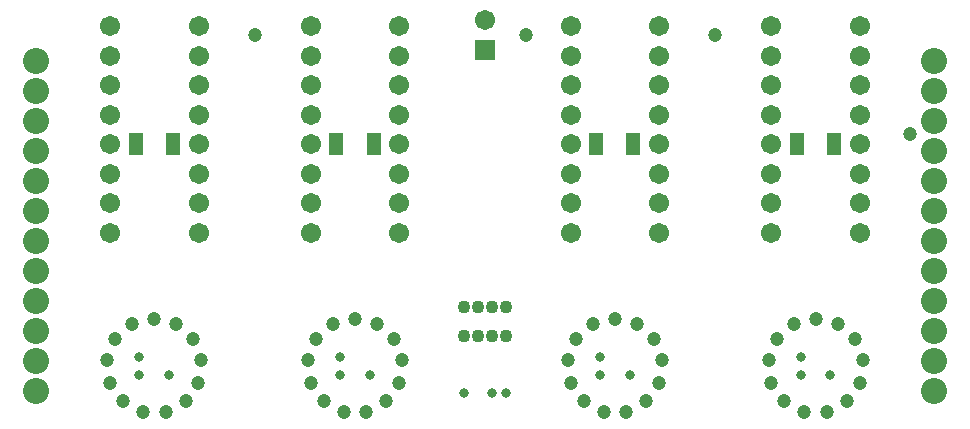
<source format=gbs>
%FSLAX25Y25*%
%MOIN*%
G70*
G01*
G75*
G04 Layer_Color=16711935*
%ADD10C,0.01969*%
%ADD11C,0.01575*%
%ADD12C,0.00984*%
%ADD13C,0.01181*%
%ADD14R,0.02953X0.02362*%
%ADD15R,0.07087X0.02756*%
%ADD16R,0.02362X0.02953*%
%ADD17C,0.07874*%
%ADD18C,0.05906*%
%ADD19C,0.03937*%
%ADD20R,0.05906X0.05906*%
%ADD21C,0.03543*%
%ADD22C,0.02362*%
%ADD23C,0.03150*%
%ADD24R,0.03937X0.06890*%
%ADD25C,0.01000*%
%ADD26C,0.01969*%
%ADD27C,0.00787*%
%ADD28C,0.00100*%
%ADD29C,0.00591*%
%ADD30R,0.03753X0.03162*%
%ADD31R,0.07887X0.03556*%
%ADD32R,0.03162X0.03753*%
%ADD33C,0.08674*%
%ADD34C,0.06706*%
%ADD35C,0.04737*%
%ADD36R,0.06706X0.06706*%
%ADD37C,0.04343*%
%ADD38C,0.03162*%
%ADD39R,0.04737X0.07690*%
D33*
X149606Y-47717D02*
D03*
Y-37716D02*
D03*
Y-27716D02*
D03*
Y-17717D02*
D03*
Y-7717D02*
D03*
Y32283D02*
D03*
Y22284D02*
D03*
Y12284D02*
D03*
Y2283D02*
D03*
Y42283D02*
D03*
Y52284D02*
D03*
Y62283D02*
D03*
X-149606Y-47717D02*
D03*
Y-37716D02*
D03*
Y-27716D02*
D03*
Y-17717D02*
D03*
Y-7717D02*
D03*
Y32283D02*
D03*
Y22284D02*
D03*
Y12284D02*
D03*
Y2283D02*
D03*
Y42283D02*
D03*
Y52284D02*
D03*
Y62283D02*
D03*
D34*
X95472Y54134D02*
D03*
Y63976D02*
D03*
Y44291D02*
D03*
Y34449D02*
D03*
Y24606D02*
D03*
Y14764D02*
D03*
X95473Y4921D02*
D03*
X125000D02*
D03*
X125000Y14764D02*
D03*
Y24606D02*
D03*
Y34449D02*
D03*
Y44291D02*
D03*
X125000Y73819D02*
D03*
X125000Y63976D02*
D03*
Y54134D02*
D03*
X95473Y73819D02*
D03*
X28543Y54134D02*
D03*
Y63976D02*
D03*
Y44291D02*
D03*
Y34449D02*
D03*
Y24606D02*
D03*
Y14764D02*
D03*
X28543Y4921D02*
D03*
X58071D02*
D03*
X58071Y14764D02*
D03*
Y24606D02*
D03*
Y34449D02*
D03*
Y44291D02*
D03*
X58071Y73819D02*
D03*
X58071Y63976D02*
D03*
Y54134D02*
D03*
X28543Y73819D02*
D03*
X-58071Y54134D02*
D03*
Y63976D02*
D03*
Y44291D02*
D03*
Y34449D02*
D03*
Y24606D02*
D03*
Y14764D02*
D03*
X-58071Y4921D02*
D03*
X-28543D02*
D03*
X-28543Y14764D02*
D03*
Y24606D02*
D03*
Y34449D02*
D03*
Y44291D02*
D03*
X-28543Y73819D02*
D03*
X-28543Y63976D02*
D03*
Y54134D02*
D03*
X-58071Y73819D02*
D03*
X-125000Y54134D02*
D03*
Y63976D02*
D03*
Y44291D02*
D03*
Y34449D02*
D03*
Y24606D02*
D03*
Y14764D02*
D03*
X-125000Y4921D02*
D03*
X-95473D02*
D03*
X-95472Y14764D02*
D03*
Y24606D02*
D03*
Y34449D02*
D03*
Y44291D02*
D03*
X-95473Y73819D02*
D03*
X-95472Y63976D02*
D03*
Y54134D02*
D03*
X-125000Y73819D02*
D03*
X0Y75866D02*
D03*
D35*
X106467Y-54660D02*
D03*
X99793Y-51157D02*
D03*
X95511Y-44954D02*
D03*
X94603Y-37472D02*
D03*
X97276Y-30424D02*
D03*
X102918Y-25426D02*
D03*
X114005Y-54660D02*
D03*
X120679Y-51157D02*
D03*
X124961Y-44954D02*
D03*
X125869Y-37472D02*
D03*
X123196Y-30424D02*
D03*
X117555Y-25426D02*
D03*
X110236Y-23622D02*
D03*
X-76772Y70866D02*
D03*
X76772D02*
D03*
X141732Y37795D02*
D03*
X-47076Y-54660D02*
D03*
X-53750Y-51157D02*
D03*
X-58032Y-44954D02*
D03*
X-58940Y-37472D02*
D03*
X-56267Y-30424D02*
D03*
X-50625Y-25426D02*
D03*
X-39538Y-54660D02*
D03*
X-32864Y-51157D02*
D03*
X-28582Y-44954D02*
D03*
X-27674Y-37472D02*
D03*
X-30347Y-30424D02*
D03*
X-35989Y-25426D02*
D03*
X-43307Y-23622D02*
D03*
X39538Y-54660D02*
D03*
X32864Y-51157D02*
D03*
X28582Y-44954D02*
D03*
X27674Y-37472D02*
D03*
X30347Y-30424D02*
D03*
X35989Y-25426D02*
D03*
X47076Y-54660D02*
D03*
X53750Y-51157D02*
D03*
X58032Y-44954D02*
D03*
X58940Y-37472D02*
D03*
X56267Y-30424D02*
D03*
X50625Y-25426D02*
D03*
X43307Y-23622D02*
D03*
X-114005Y-54660D02*
D03*
X-120679Y-51157D02*
D03*
X-124961Y-44954D02*
D03*
X-125869Y-37472D02*
D03*
X-123196Y-30424D02*
D03*
X-117555Y-25426D02*
D03*
X-106467Y-54660D02*
D03*
X-99793Y-51157D02*
D03*
X-95511Y-44954D02*
D03*
X-94603Y-37472D02*
D03*
X-97276Y-30424D02*
D03*
X-102918Y-25426D02*
D03*
X-110236Y-23622D02*
D03*
X13780Y70866D02*
D03*
D36*
X0Y65866D02*
D03*
D37*
X-2362Y-19685D02*
D03*
X2362D02*
D03*
X-7087D02*
D03*
X7087D02*
D03*
X-2362Y-29528D02*
D03*
X2362D02*
D03*
X-7087D02*
D03*
X7087D02*
D03*
D38*
X7087Y-48425D02*
D03*
X2362D02*
D03*
X-7087D02*
D03*
X38386Y-36417D02*
D03*
X48228Y-42323D02*
D03*
X38386D02*
D03*
X105315D02*
D03*
X115157D02*
D03*
X105315Y-36417D02*
D03*
X-48228Y-42323D02*
D03*
X-38386D02*
D03*
X-48228Y-36417D02*
D03*
X-115157Y-42323D02*
D03*
X-105315D02*
D03*
X-115157Y-36417D02*
D03*
D39*
X-104035Y34449D02*
D03*
X-116437D02*
D03*
X-37106D02*
D03*
X-49508D02*
D03*
X49508D02*
D03*
X37106D02*
D03*
X116437D02*
D03*
X104035D02*
D03*
M02*

</source>
